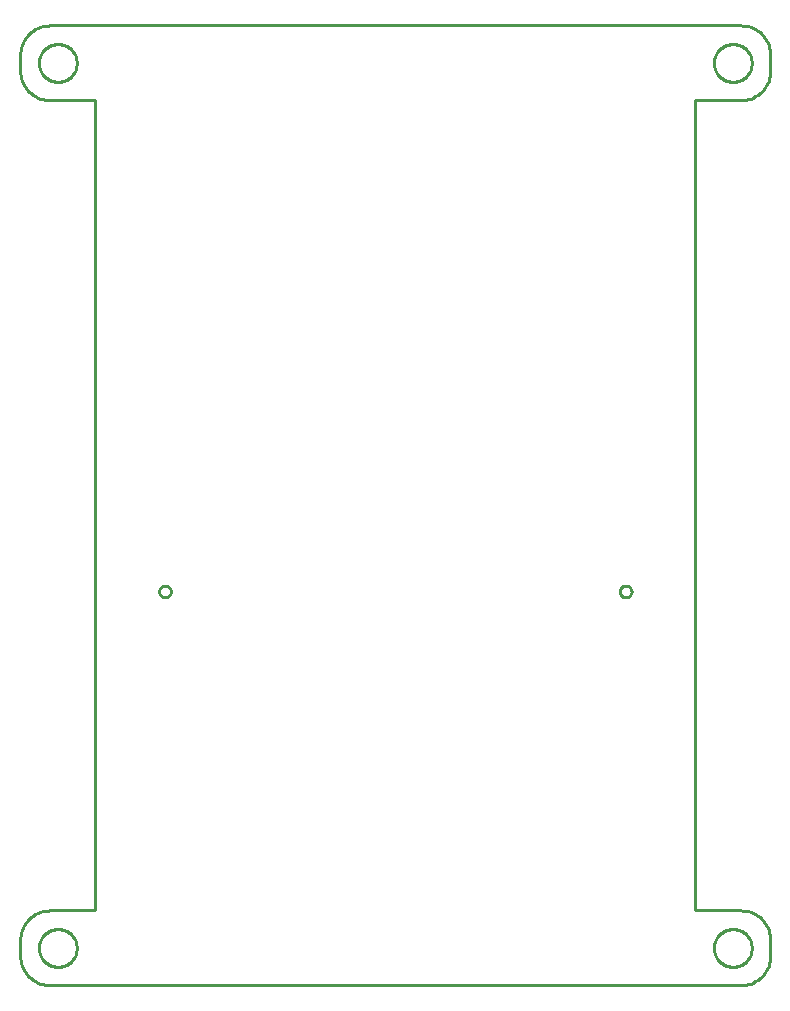
<source format=gbr>
G04 EAGLE Gerber RS-274X export*
G75*
%MOMM*%
%FSLAX34Y34*%
%LPD*%
%IN*%
%IPPOS*%
%AMOC8*
5,1,8,0,0,1.08239X$1,22.5*%
G01*
%ADD10C,0.254000*%


D10*
X-317500Y-381000D02*
X-317403Y-383214D01*
X-317114Y-385411D01*
X-316635Y-387574D01*
X-315968Y-389687D01*
X-315120Y-391735D01*
X-314097Y-393700D01*
X-312906Y-395569D01*
X-311558Y-397327D01*
X-310061Y-398961D01*
X-308427Y-400458D01*
X-306669Y-401806D01*
X-304800Y-402997D01*
X-302835Y-404020D01*
X-300787Y-404868D01*
X-298674Y-405535D01*
X-296511Y-406014D01*
X-294314Y-406303D01*
X-292100Y-406400D01*
X292100Y-406400D01*
X294314Y-406303D01*
X296511Y-406014D01*
X298674Y-405535D01*
X300787Y-404868D01*
X302835Y-404020D01*
X304800Y-402997D01*
X306669Y-401806D01*
X308427Y-400458D01*
X310061Y-398961D01*
X311558Y-397327D01*
X312906Y-395569D01*
X314097Y-393700D01*
X315120Y-391735D01*
X315968Y-389687D01*
X316635Y-387574D01*
X317114Y-385411D01*
X317403Y-383214D01*
X317500Y-381000D01*
X317500Y-368300D01*
X317403Y-366086D01*
X317114Y-363889D01*
X316635Y-361726D01*
X315968Y-359613D01*
X315120Y-357566D01*
X314097Y-355600D01*
X312906Y-353731D01*
X311558Y-351973D01*
X310061Y-350340D01*
X308427Y-348842D01*
X306669Y-347494D01*
X304800Y-346303D01*
X302835Y-345280D01*
X300787Y-344432D01*
X298674Y-343765D01*
X296511Y-343286D01*
X294314Y-342997D01*
X292100Y-342900D01*
X254000Y-342900D01*
X254000Y342900D01*
X292100Y342900D01*
X294314Y342997D01*
X296511Y343286D01*
X298674Y343765D01*
X300787Y344432D01*
X302835Y345280D01*
X304800Y346303D01*
X306669Y347494D01*
X308427Y348842D01*
X310061Y350340D01*
X311558Y351973D01*
X312906Y353731D01*
X314097Y355600D01*
X315120Y357566D01*
X315968Y359613D01*
X316635Y361726D01*
X317114Y363889D01*
X317403Y366086D01*
X317500Y368300D01*
X317500Y381000D01*
X317403Y383214D01*
X317114Y385411D01*
X316635Y387574D01*
X315968Y389687D01*
X315120Y391735D01*
X314097Y393700D01*
X312906Y395569D01*
X311558Y397327D01*
X310061Y398961D01*
X308427Y400458D01*
X306669Y401806D01*
X304800Y402997D01*
X302835Y404020D01*
X300787Y404868D01*
X298674Y405535D01*
X296511Y406014D01*
X294314Y406303D01*
X292100Y406400D01*
X-292100Y406400D01*
X-294314Y406303D01*
X-296511Y406014D01*
X-298674Y405535D01*
X-300787Y404868D01*
X-302835Y404020D01*
X-304800Y402997D01*
X-306669Y401806D01*
X-308427Y400458D01*
X-310061Y398961D01*
X-311558Y397327D01*
X-312906Y395569D01*
X-314097Y393700D01*
X-315120Y391735D01*
X-315968Y389687D01*
X-316635Y387574D01*
X-317114Y385411D01*
X-317403Y383214D01*
X-317500Y381000D01*
X-317500Y368300D01*
X-317403Y366086D01*
X-317114Y363889D01*
X-316635Y361726D01*
X-315968Y359613D01*
X-315120Y357566D01*
X-314097Y355600D01*
X-312906Y353731D01*
X-311558Y351973D01*
X-310061Y350340D01*
X-308427Y348842D01*
X-306669Y347494D01*
X-304800Y346303D01*
X-302835Y345280D01*
X-300787Y344432D01*
X-298674Y343765D01*
X-296511Y343286D01*
X-294314Y342997D01*
X-292100Y342900D01*
X-254000Y342900D01*
X-254000Y-342900D01*
X-292100Y-342900D01*
X-294314Y-342997D01*
X-296511Y-343286D01*
X-298674Y-343765D01*
X-300787Y-344432D01*
X-302835Y-345280D01*
X-304800Y-346303D01*
X-306669Y-347494D01*
X-308427Y-348842D01*
X-310061Y-350340D01*
X-311558Y-351973D01*
X-312906Y-353731D01*
X-314097Y-355600D01*
X-315120Y-357566D01*
X-315968Y-359613D01*
X-316635Y-361726D01*
X-317114Y-363889D01*
X-317403Y-366086D01*
X-317500Y-368300D01*
X-317500Y-381000D01*
X-269750Y374126D02*
X-269819Y373081D01*
X-269955Y372042D01*
X-270160Y371015D01*
X-270431Y370003D01*
X-270767Y369011D01*
X-271168Y368043D01*
X-271632Y367104D01*
X-272156Y366196D01*
X-272738Y365325D01*
X-273375Y364494D01*
X-274066Y363707D01*
X-274807Y362966D01*
X-275594Y362275D01*
X-276425Y361638D01*
X-277296Y361056D01*
X-278204Y360532D01*
X-279143Y360068D01*
X-280111Y359667D01*
X-281103Y359331D01*
X-282115Y359060D01*
X-283142Y358855D01*
X-284181Y358719D01*
X-285226Y358650D01*
X-286274Y358650D01*
X-287319Y358719D01*
X-288358Y358855D01*
X-289385Y359060D01*
X-290397Y359331D01*
X-291389Y359667D01*
X-292357Y360068D01*
X-293296Y360532D01*
X-294204Y361056D01*
X-295075Y361638D01*
X-295906Y362275D01*
X-296693Y362966D01*
X-297434Y363707D01*
X-298125Y364494D01*
X-298763Y365325D01*
X-299345Y366196D01*
X-299868Y367104D01*
X-300332Y368043D01*
X-300733Y369011D01*
X-301069Y370003D01*
X-301340Y371015D01*
X-301545Y372042D01*
X-301682Y373081D01*
X-301750Y374126D01*
X-301750Y375174D01*
X-301682Y376219D01*
X-301545Y377258D01*
X-301340Y378285D01*
X-301069Y379297D01*
X-300733Y380289D01*
X-300332Y381257D01*
X-299868Y382196D01*
X-299345Y383104D01*
X-298763Y383975D01*
X-298125Y384806D01*
X-297434Y385593D01*
X-296693Y386334D01*
X-295906Y387025D01*
X-295075Y387663D01*
X-294204Y388245D01*
X-293296Y388768D01*
X-292357Y389232D01*
X-291389Y389633D01*
X-290397Y389969D01*
X-289385Y390240D01*
X-288358Y390445D01*
X-287319Y390582D01*
X-286274Y390650D01*
X-285226Y390650D01*
X-284181Y390582D01*
X-283142Y390445D01*
X-282115Y390240D01*
X-281103Y389969D01*
X-280111Y389633D01*
X-279143Y389232D01*
X-278204Y388768D01*
X-277296Y388245D01*
X-276425Y387663D01*
X-275594Y387025D01*
X-274807Y386334D01*
X-274066Y385593D01*
X-273375Y384806D01*
X-272738Y383975D01*
X-272156Y383104D01*
X-271632Y382196D01*
X-271168Y381257D01*
X-270767Y380289D01*
X-270431Y379297D01*
X-270160Y378285D01*
X-269955Y377258D01*
X-269819Y376219D01*
X-269750Y375174D01*
X-269750Y374126D01*
X-269750Y-375174D02*
X-269819Y-376219D01*
X-269955Y-377258D01*
X-270160Y-378285D01*
X-270431Y-379297D01*
X-270767Y-380289D01*
X-271168Y-381257D01*
X-271632Y-382196D01*
X-272156Y-383104D01*
X-272738Y-383975D01*
X-273375Y-384806D01*
X-274066Y-385593D01*
X-274807Y-386334D01*
X-275594Y-387025D01*
X-276425Y-387663D01*
X-277296Y-388245D01*
X-278204Y-388768D01*
X-279143Y-389232D01*
X-280111Y-389633D01*
X-281103Y-389969D01*
X-282115Y-390240D01*
X-283142Y-390445D01*
X-284181Y-390582D01*
X-285226Y-390650D01*
X-286274Y-390650D01*
X-287319Y-390582D01*
X-288358Y-390445D01*
X-289385Y-390240D01*
X-290397Y-389969D01*
X-291389Y-389633D01*
X-292357Y-389232D01*
X-293296Y-388768D01*
X-294204Y-388245D01*
X-295075Y-387663D01*
X-295906Y-387025D01*
X-296693Y-386334D01*
X-297434Y-385593D01*
X-298125Y-384806D01*
X-298763Y-383975D01*
X-299345Y-383104D01*
X-299868Y-382196D01*
X-300332Y-381257D01*
X-300733Y-380289D01*
X-301069Y-379297D01*
X-301340Y-378285D01*
X-301545Y-377258D01*
X-301682Y-376219D01*
X-301750Y-375174D01*
X-301750Y-374126D01*
X-301682Y-373081D01*
X-301545Y-372042D01*
X-301340Y-371015D01*
X-301069Y-370003D01*
X-300733Y-369011D01*
X-300332Y-368043D01*
X-299868Y-367104D01*
X-299345Y-366196D01*
X-298763Y-365325D01*
X-298125Y-364494D01*
X-297434Y-363707D01*
X-296693Y-362966D01*
X-295906Y-362275D01*
X-295075Y-361638D01*
X-294204Y-361056D01*
X-293296Y-360532D01*
X-292357Y-360068D01*
X-291389Y-359667D01*
X-290397Y-359331D01*
X-289385Y-359060D01*
X-288358Y-358855D01*
X-287319Y-358719D01*
X-286274Y-358650D01*
X-285226Y-358650D01*
X-284181Y-358719D01*
X-283142Y-358855D01*
X-282115Y-359060D01*
X-281103Y-359331D01*
X-280111Y-359667D01*
X-279143Y-360068D01*
X-278204Y-360532D01*
X-277296Y-361056D01*
X-276425Y-361638D01*
X-275594Y-362275D01*
X-274807Y-362966D01*
X-274066Y-363707D01*
X-273375Y-364494D01*
X-272738Y-365325D01*
X-272156Y-366196D01*
X-271632Y-367104D01*
X-271168Y-368043D01*
X-270767Y-369011D01*
X-270431Y-370003D01*
X-270160Y-371015D01*
X-269955Y-372042D01*
X-269819Y-373081D01*
X-269750Y-374126D01*
X-269750Y-375174D01*
X301750Y-375174D02*
X301682Y-376219D01*
X301545Y-377258D01*
X301340Y-378285D01*
X301069Y-379297D01*
X300733Y-380289D01*
X300332Y-381257D01*
X299868Y-382196D01*
X299345Y-383104D01*
X298763Y-383975D01*
X298125Y-384806D01*
X297434Y-385593D01*
X296693Y-386334D01*
X295906Y-387025D01*
X295075Y-387663D01*
X294204Y-388245D01*
X293296Y-388768D01*
X292357Y-389232D01*
X291389Y-389633D01*
X290397Y-389969D01*
X289385Y-390240D01*
X288358Y-390445D01*
X287319Y-390582D01*
X286274Y-390650D01*
X285226Y-390650D01*
X284181Y-390582D01*
X283142Y-390445D01*
X282115Y-390240D01*
X281103Y-389969D01*
X280111Y-389633D01*
X279143Y-389232D01*
X278204Y-388768D01*
X277296Y-388245D01*
X276425Y-387663D01*
X275594Y-387025D01*
X274807Y-386334D01*
X274066Y-385593D01*
X273375Y-384806D01*
X272738Y-383975D01*
X272156Y-383104D01*
X271632Y-382196D01*
X271168Y-381257D01*
X270767Y-380289D01*
X270431Y-379297D01*
X270160Y-378285D01*
X269955Y-377258D01*
X269819Y-376219D01*
X269750Y-375174D01*
X269750Y-374126D01*
X269819Y-373081D01*
X269955Y-372042D01*
X270160Y-371015D01*
X270431Y-370003D01*
X270767Y-369011D01*
X271168Y-368043D01*
X271632Y-367104D01*
X272156Y-366196D01*
X272738Y-365325D01*
X273375Y-364494D01*
X274066Y-363707D01*
X274807Y-362966D01*
X275594Y-362275D01*
X276425Y-361638D01*
X277296Y-361056D01*
X278204Y-360532D01*
X279143Y-360068D01*
X280111Y-359667D01*
X281103Y-359331D01*
X282115Y-359060D01*
X283142Y-358855D01*
X284181Y-358719D01*
X285226Y-358650D01*
X286274Y-358650D01*
X287319Y-358719D01*
X288358Y-358855D01*
X289385Y-359060D01*
X290397Y-359331D01*
X291389Y-359667D01*
X292357Y-360068D01*
X293296Y-360532D01*
X294204Y-361056D01*
X295075Y-361638D01*
X295906Y-362275D01*
X296693Y-362966D01*
X297434Y-363707D01*
X298125Y-364494D01*
X298763Y-365325D01*
X299345Y-366196D01*
X299868Y-367104D01*
X300332Y-368043D01*
X300733Y-369011D01*
X301069Y-370003D01*
X301340Y-371015D01*
X301545Y-372042D01*
X301682Y-373081D01*
X301750Y-374126D01*
X301750Y-375174D01*
X301750Y374126D02*
X301682Y373081D01*
X301545Y372042D01*
X301340Y371015D01*
X301069Y370003D01*
X300733Y369011D01*
X300332Y368043D01*
X299868Y367104D01*
X299345Y366196D01*
X298763Y365325D01*
X298125Y364494D01*
X297434Y363707D01*
X296693Y362966D01*
X295906Y362275D01*
X295075Y361638D01*
X294204Y361056D01*
X293296Y360532D01*
X292357Y360068D01*
X291389Y359667D01*
X290397Y359331D01*
X289385Y359060D01*
X288358Y358855D01*
X287319Y358719D01*
X286274Y358650D01*
X285226Y358650D01*
X284181Y358719D01*
X283142Y358855D01*
X282115Y359060D01*
X281103Y359331D01*
X280111Y359667D01*
X279143Y360068D01*
X278204Y360532D01*
X277296Y361056D01*
X276425Y361638D01*
X275594Y362275D01*
X274807Y362966D01*
X274066Y363707D01*
X273375Y364494D01*
X272738Y365325D01*
X272156Y366196D01*
X271632Y367104D01*
X271168Y368043D01*
X270767Y369011D01*
X270431Y370003D01*
X270160Y371015D01*
X269955Y372042D01*
X269819Y373081D01*
X269750Y374126D01*
X269750Y375174D01*
X269819Y376219D01*
X269955Y377258D01*
X270160Y378285D01*
X270431Y379297D01*
X270767Y380289D01*
X271168Y381257D01*
X271632Y382196D01*
X272156Y383104D01*
X272738Y383975D01*
X273375Y384806D01*
X274066Y385593D01*
X274807Y386334D01*
X275594Y387025D01*
X276425Y387663D01*
X277296Y388245D01*
X278204Y388768D01*
X279143Y389232D01*
X280111Y389633D01*
X281103Y389969D01*
X282115Y390240D01*
X283142Y390445D01*
X284181Y390582D01*
X285226Y390650D01*
X286274Y390650D01*
X287319Y390582D01*
X288358Y390445D01*
X289385Y390240D01*
X290397Y389969D01*
X291389Y389633D01*
X292357Y389232D01*
X293296Y388768D01*
X294204Y388245D01*
X295075Y387663D01*
X295906Y387025D01*
X296693Y386334D01*
X297434Y385593D01*
X298125Y384806D01*
X298763Y383975D01*
X299345Y383104D01*
X299868Y382196D01*
X300332Y381257D01*
X300733Y380289D01*
X301069Y379297D01*
X301340Y378285D01*
X301545Y377258D01*
X301682Y376219D01*
X301750Y375174D01*
X301750Y374126D01*
X190000Y-73181D02*
X190063Y-73739D01*
X190188Y-74286D01*
X190373Y-74816D01*
X190617Y-75322D01*
X190916Y-75798D01*
X191266Y-76237D01*
X191663Y-76634D01*
X192102Y-76984D01*
X192578Y-77283D01*
X193084Y-77527D01*
X193614Y-77712D01*
X194161Y-77837D01*
X194719Y-77900D01*
X195281Y-77900D01*
X195839Y-77837D01*
X196386Y-77712D01*
X196916Y-77527D01*
X197422Y-77283D01*
X197898Y-76984D01*
X198337Y-76634D01*
X198734Y-76237D01*
X199084Y-75798D01*
X199383Y-75322D01*
X199627Y-74816D01*
X199812Y-74286D01*
X199937Y-73739D01*
X200000Y-73181D01*
X200000Y-72619D01*
X199937Y-72061D01*
X199812Y-71514D01*
X199627Y-70984D01*
X199383Y-70478D01*
X199084Y-70002D01*
X198734Y-69563D01*
X198337Y-69166D01*
X197898Y-68816D01*
X197422Y-68517D01*
X196916Y-68273D01*
X196386Y-68088D01*
X195839Y-67963D01*
X195281Y-67900D01*
X194719Y-67900D01*
X194161Y-67963D01*
X193614Y-68088D01*
X193084Y-68273D01*
X192578Y-68517D01*
X192102Y-68816D01*
X191663Y-69166D01*
X191266Y-69563D01*
X190916Y-70002D01*
X190617Y-70478D01*
X190373Y-70984D01*
X190188Y-71514D01*
X190063Y-72061D01*
X190000Y-72619D01*
X190000Y-73181D01*
X-200000Y-73181D02*
X-199937Y-73739D01*
X-199812Y-74286D01*
X-199627Y-74816D01*
X-199383Y-75322D01*
X-199084Y-75798D01*
X-198734Y-76237D01*
X-198337Y-76634D01*
X-197898Y-76984D01*
X-197422Y-77283D01*
X-196916Y-77527D01*
X-196386Y-77712D01*
X-195839Y-77837D01*
X-195281Y-77900D01*
X-194719Y-77900D01*
X-194161Y-77837D01*
X-193614Y-77712D01*
X-193084Y-77527D01*
X-192578Y-77283D01*
X-192102Y-76984D01*
X-191663Y-76634D01*
X-191266Y-76237D01*
X-190916Y-75798D01*
X-190617Y-75322D01*
X-190373Y-74816D01*
X-190188Y-74286D01*
X-190063Y-73739D01*
X-190000Y-73181D01*
X-190000Y-72619D01*
X-190063Y-72061D01*
X-190188Y-71514D01*
X-190373Y-70984D01*
X-190617Y-70478D01*
X-190916Y-70002D01*
X-191266Y-69563D01*
X-191663Y-69166D01*
X-192102Y-68816D01*
X-192578Y-68517D01*
X-193084Y-68273D01*
X-193614Y-68088D01*
X-194161Y-67963D01*
X-194719Y-67900D01*
X-195281Y-67900D01*
X-195839Y-67963D01*
X-196386Y-68088D01*
X-196916Y-68273D01*
X-197422Y-68517D01*
X-197898Y-68816D01*
X-198337Y-69166D01*
X-198734Y-69563D01*
X-199084Y-70002D01*
X-199383Y-70478D01*
X-199627Y-70984D01*
X-199812Y-71514D01*
X-199937Y-72061D01*
X-200000Y-72619D01*
X-200000Y-73181D01*
M02*

</source>
